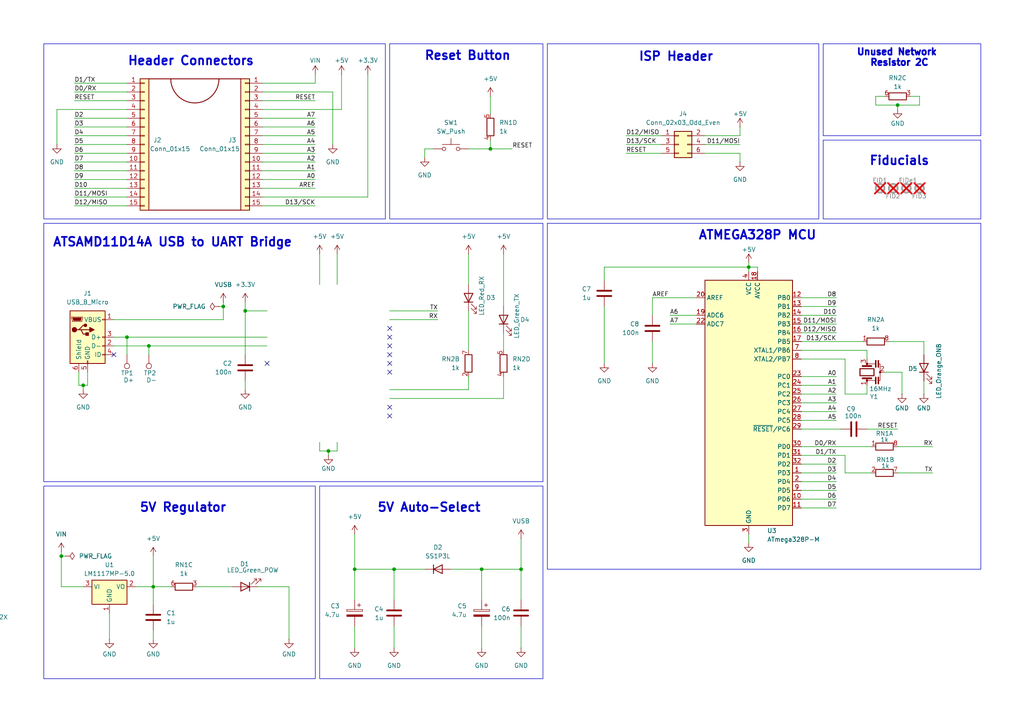
<source format=kicad_sch>
(kicad_sch (version 20250114) (generator "eeschema") (generator_version "9.0")
  (paper "A4")
  (lib_symbols
    (symbol "Connector:TestPoint" (pin_numbers (hide yes)) (pin_names (offset 0.762) (hide yes))
      (property "Reference" "TP" (at 0 6.858 0))
      (property "Value" "TestPoint" (at 0 5.08 0))
      (symbol "TestPoint_1_1"
        (pin passive line (at 0 0 90) (length 2.54) (name "1") (number "1"))
      )
    )
    (symbol "Connector:USB_B_Micro" (pin_names (offset 1.016))
      (property "Reference" "J" (at -5.08 11.43 0))
      (property "Value" "USB_B_Micro" (at -5.08 8.89 0))
      (symbol "USB_B_Micro_1_1"
        (pin passive line (at -2.54 -10.16 90) (length 2.54) (name "Shield") (number "6"))
        (pin power_out line (at 0 -10.16 90) (length 2.54) (name "GND") (number "5"))
        (pin power_out line (at 7.62 5.08 180) (length 2.54) (name "VBUS") (number "1"))
        (pin bidirectional line (at 7.62 0 180) (length 2.54) (name "D+") (number "3"))
        (pin bidirectional line (at 7.62 -2.54 180) (length 2.54) (name "D-") (number "2"))
        (pin passive line (at 7.62 -5.08 180) (length 2.54) (name "ID") (number "4"))
      )
    )
    (symbol "Connector_Generic:Conn_01x15" (pin_names (offset 1.016) (hide yes))
      (property "Reference" "J" (at 0 20.32 0))
      (property "Value" "Conn_01x15" (at 0 -20.32 0))
      (symbol "Conn_01x15_1_1"
        (pin passive line (at -5.08 17.78 0) (length 3.81) (name "Pin_1") (number "1"))
        (pin passive line (at -5.08 15.24 0) (length 3.81) (name "Pin_2") (number "2"))
        (pin passive line (at -5.08 12.7 0) (length 3.81) (name "Pin_3") (number "3"))
        (pin passive line (at -5.08 10.16 0) (length 3.81) (name "Pin_4") (number "4"))
        (pin passive line (at -5.08 7.62 0) (length 3.81) (name "Pin_5") (number "5"))
        (pin passive line (at -5.08 5.08 0) (length 3.81) (name "Pin_6") (number "6"))
        (pin passive line (at -5.08 2.54 0) (length 3.81) (name "Pin_7") (number "7"))
        (pin passive line (at -5.08 0 0) (length 3.81) (name "Pin_8") (number "8"))
        (pin passive line (at -5.08 -2.54 0) (length 3.81) (name "Pin_9") (number "9"))
        (pin passive line (at -5.08 -5.08 0) (length 3.81) (name "Pin_10") (number "10"))
        (pin passive line (at -5.08 -7.62 0) (length 3.81) (name "Pin_11") (number "11"))
        (pin passive line (at -5.08 -10.16 0) (length 3.81) (name "Pin_12") (number "12"))
        (pin passive line (at -5.08 -12.7 0) (length 3.81) (name "Pin_13") (number "13"))
        (pin passive line (at -5.08 -15.24 0) (length 3.81) (name "Pin_14") (number "14"))
        (pin passive line (at -5.08 -17.78 0) (length 3.81) (name "Pin_15") (number "15"))
      )
    )
    (symbol "Connector_Generic:Conn_02x03_Odd_Even" (pin_names (offset 1.016) (hide yes))
      (property "Reference" "J" (at 1.27 5.08 0))
      (property "Value" "Conn_02x03_Odd_Even" (at 1.27 -5.08 0))
      (symbol "Conn_02x03_Odd_Even_1_1"
        (pin passive line (at -5.08 2.54 0) (length 3.81) (name "Pin_1") (number "1"))
        (pin passive line (at -5.08 0 0) (length 3.81) (name "Pin_3") (number "3"))
        (pin passive line (at -5.08 -2.54 0) (length 3.81) (name "Pin_5") (number "5"))
        (pin passive line (at 7.62 2.54 180) (length 3.81) (name "Pin_2") (number "2"))
        (pin passive line (at 7.62 0 180) (length 3.81) (name "Pin_4") (number "4"))
        (pin passive line (at 7.62 -2.54 180) (length 3.81) (name "Pin_6") (number "6"))
      )
    )
    (symbol "Device:C" (pin_numbers (hide yes)) (pin_names (offset 0.254))
      (property "Reference" "C" (at 0.635 2.54 0))
      (property "Value" "C" (at 0.635 -2.54 0))
      (symbol "C_1_1"
        (pin passive line (at 0 3.81 270) (length 2.794) (name "~") (number "1"))
        (pin passive line (at 0 -3.81 90) (length 2.794) (name "~") (number "2"))
      )
    )
    (symbol "Device:C_Polarized" (pin_numbers (hide yes)) (pin_names (offset 0.254))
      (property "Reference" "C" (at 0.635 2.54 0))
      (property "Value" "C_Polarized" (at 0.635 -2.54 0))
      (symbol "C_Polarized_1_1"
        (pin passive line (at 0 3.81 270) (length 2.794) (name "~") (number "1"))
        (pin passive line (at 0 -3.81 90) (length 2.794) (name "~") (number "2"))
      )
    )
    (symbol "Device:D" (pin_numbers (hide yes)) (pin_names (offset 1.016) (hide yes))
      (property "Reference" "D" (at 0 2.54 0))
      (property "Value" "D" (at 0 -2.54 0))
      (symbol "D_1_1"
        (pin passive line (at -3.81 0 0) (length 2.54) (name "K") (number "1"))
        (pin passive line (at 3.81 0 180) (length 2.54) (name "A") (number "2"))
      )
    )
    (symbol "Device:LED" (pin_numbers (hide yes)) (pin_names (offset 1.016) (hide yes))
      (property "Reference" "D" (at 0 2.54 0))
      (property "Value" "LED" (at 0 -2.54 0))
      (symbol "LED_1_1"
        (pin passive line (at -3.81 0 0) (length 2.54) (name "K") (number "1"))
        (pin passive line (at 3.81 0 180) (length 2.54) (name "A") (number "2"))
      )
    )
    (symbol "Device:R_Pack04_Split" (pin_names (offset 0) (hide yes))
      (property "Reference" "RN" (at 2.032 0 90))
      (property "Value" "R_Pack04_Split" (at 0 0 90))
      (symbol "R_Pack04_Split_1_1"
        (pin passive line (at 0 3.81 270) (length 1.27) (name "R1.2") (number "8"))
        (pin passive line (at 0 -3.81 90) (length 1.27) (name "R1.1") (number "1"))
      )
      (symbol "R_Pack04_Split_2_1"
        (pin passive line (at 0 3.81 270) (length 1.27) (name "R2.2") (number "7"))
        (pin passive line (at 0 -3.81 90) (length 1.27) (name "R2.1") (number "2"))
      )
      (symbol "R_Pack04_Split_3_1"
        (pin passive line (at 0 3.81 270) (length 1.27) (name "R3.2") (number "6"))
        (pin passive line (at 0 -3.81 90) (length 1.27) (name "R3.1") (number "3"))
      )
      (symbol "R_Pack04_Split_4_1"
        (pin passive line (at 0 3.81 270) (length 1.27) (name "R4.2") (number "5"))
        (pin passive line (at 0 -3.81 90) (length 1.27) (name "R4.1") (number "4"))
      )
    )
    (symbol "Device:Resonator" (pin_names (offset 1.016) (hide yes))
      (property "Reference" "Y" (at 0 5.715 0))
      (property "Value" "Resonator" (at 0 3.81 0))
      (symbol "Resonator_1_1"
        (pin passive line (at -3.81 0 0) (length 1.27) (name "1") (number "1"))
        (pin passive line (at 0 -5.08 90) (length 1.27) (name "2") (number "2"))
        (pin passive line (at 3.81 0 180) (length 1.27) (name "3") (number "3"))
      )
    )
    (symbol "MCU_Microchip_ATmega:ATmega328P-M"
      (property "Reference" "U" (at -12.7 36.83 0))
      (property "Value" "ATmega328P-M" (at 2.54 -36.83 0))
      (symbol "ATmega328P-M_1_1"
        (pin passive line (at -15.24 30.48 0) (length 2.54) (name "AREF") (number "20"))
        (pin input line (at -15.24 25.4 0) (length 2.54) (name "ADC6") (number "19"))
        (pin input line (at -15.24 22.86 0) (length 2.54) (name "ADC7") (number "22"))
        (pin power_in line (at 0 38.1 270) (length 2.54) (name "VCC") (number "4"))
        (pin passive line (at 0 38.1 270) (length 2.54) (hide yes) (name "VCC") (number "6"))
        (pin passive line (at 0 -38.1 90) (length 2.54) (hide yes) (name "GND") (number "21"))
        (pin power_in line (at 0 -38.1 90) (length 2.54) (name "GND") (number "3"))
        (pin passive line (at 0 -38.1 90) (length 2.54) (hide yes) (name "GND") (number "33"))
        (pin passive line (at 0 -38.1 90) (length 2.54) (hide yes) (name "GND") (number "5"))
        (pin power_in line (at 2.54 38.1 270) (length 2.54) (name "AVCC") (number "18"))
        (pin bidirectional line (at 15.24 30.48 180) (length 2.54) (name "PB0") (number "12"))
        (pin bidirectional line (at 15.24 27.94 180) (length 2.54) (name "PB1") (number "13"))
        (pin bidirectional line (at 15.24 25.4 180) (length 2.54) (name "PB2") (number "14"))
        (pin bidirectional line (at 15.24 22.86 180) (length 2.54) (name "PB3") (number "15"))
        (pin bidirectional line (at 15.24 20.32 180) (length 2.54) (name "PB4") (number "16"))
        (pin bidirectional line (at 15.24 17.78 180) (length 2.54) (name "PB5") (number "17"))
        (pin bidirectional line (at 15.24 15.24 180) (length 2.54) (name "XTAL1/PB6") (number "7"))
        (pin bidirectional line (at 15.24 12.7 180) (length 2.54) (name "XTAL2/PB7") (number "8"))
        (pin bidirectional line (at 15.24 7.62 180) (length 2.54) (name "PC0") (number "23"))
        (pin bidirectional line (at 15.24 5.08 180) (length 2.54) (name "PC1") (number "24"))
        (pin bidirectional line (at 15.24 2.54 180) (length 2.54) (name "PC2") (number "25"))
        (pin bidirectional line (at 15.24 0 180) (length 2.54) (name "PC3") (number "26"))
        (pin bidirectional line (at 15.24 -2.54 180) (length 2.54) (name "PC4") (number "27"))
        (pin bidirectional line (at 15.24 -5.08 180) (length 2.54) (name "PC5") (number "28"))
        (pin bidirectional line (at 15.24 -7.62 180) (length 2.54) (name "~{RESET}/PC6") (number "29"))
        (pin bidirectional line (at 15.24 -12.7 180) (length 2.54) (name "PD0") (number "30"))
        (pin bidirectional line (at 15.24 -15.24 180) (length 2.54) (name "PD1") (number "31"))
        (pin bidirectional line (at 15.24 -17.78 180) (length 2.54) (name "PD2") (number "32"))
        (pin bidirectional line (at 15.24 -20.32 180) (length 2.54) (name "PD3") (number "1"))
        (pin bidirectional line (at 15.24 -22.86 180) (length 2.54) (name "PD4") (number "2"))
        (pin bidirectional line (at 15.24 -25.4 180) (length 2.54) (name "PD5") (number "9"))
        (pin bidirectional line (at 15.24 -27.94 180) (length 2.54) (name "PD6") (number "10"))
        (pin bidirectional line (at 15.24 -30.48 180) (length 2.54) (name "PD7") (number "11"))
      )
    )
    (symbol "MCU_Microchip_SAMD:ATSAMD11D14A-M"
      (property "Reference" "U" (at -10.16 24.13 0))
      (property "Value" "ATSAMD11D14A-M" (at 1.27 24.13 0))
      (symbol "ATSAMD11D14A-M_1_1"
        (pin bidirectional line (at -12.7 15.24 0) (length 2.54) (name "PA28/~{RST}") (number "18"))
        (pin bidirectional line (at -12.7 10.16 0) (length 2.54) (name "PA30/SWCLK") (number "19"))
        (pin bidirectional line (at -12.7 7.62 0) (length 2.54) (name "PA31/SWDIO") (number "20"))
        (pin bidirectional line (at -12.7 2.54 0) (length 2.54) (name "PA08/XIN") (number "7"))
        (pin bidirectional line (at -12.7 0 0) (length 2.54) (name "PA09/XOUT") (number "8"))
        (pin power_in line (at 0 25.4 270) (length 2.54) (name "VDD") (number "24"))
        (pin power_in line (at 0 -25.4 90) (length 2.54) (name "GND") (number "23"))
        (pin bidirectional line (at 12.7 20.32 180) (length 2.54) (name "PA02") (number "1"))
        (pin bidirectional line (at 12.7 17.78 180) (length 2.54) (name "PA03") (number "2"))
        (pin bidirectional line (at 12.7 15.24 180) (length 2.54) (name "PA04") (number "3"))
        (pin bidirectional line (at 12.7 12.7 180) (length 2.54) (name "PA05") (number "4"))
        (pin bidirectional line (at 12.7 10.16 180) (length 2.54) (name "PA06") (number "5"))
        (pin bidirectional line (at 12.7 7.62 180) (length 2.54) (name "PA07") (number "6"))
        (pin bidirectional line (at 12.7 5.08 180) (length 2.54) (name "PA10") (number "9"))
        (pin bidirectional line (at 12.7 2.54 180) (length 2.54) (name "PA11") (number "10"))
        (pin bidirectional line (at 12.7 0 180) (length 2.54) (name "PA14") (number "11"))
        (pin bidirectional line (at 12.7 -2.54 180) (length 2.54) (name "PA15") (number "12"))
        (pin bidirectional line (at 12.7 -5.08 180) (length 2.54) (name "PA16") (number "13"))
        (pin bidirectional line (at 12.7 -7.62 180) (length 2.54) (name "PA17") (number "14"))
        (pin bidirectional line (at 12.7 -10.16 180) (length 2.54) (name "PA22") (number "15"))
        (pin bidirectional line (at 12.7 -12.7 180) (length 2.54) (name "PA23") (number "16"))
        (pin bidirectional line (at 12.7 -15.24 180) (length 2.54) (name "PA24") (number "21"))
        (pin bidirectional line (at 12.7 -17.78 180) (length 2.54) (name "PA25") (number "22"))
        (pin bidirectional line (at 12.7 -20.32 180) (length 2.54) (name "PA27") (number "17"))
      )
    )
    (symbol "Mechanical:Fiducial" (in_bom no)
      (property "Reference" "FID" (at 0 5.08 0))
      (property "Value" "Fiducial" (at 0 3.175 0))
    )
    (symbol "Power_Protection:PRTR5V0U2X" (pin_names (offset 0))
      (property "Reference" "D" (at 2.794 8.636 0))
      (property "Value" "PRTR5V0U2X" (at 8.128 -9.398 0))
      (symbol "PRTR5V0U2X_1_1"
        (pin passive line (at -12.7 0 0) (length 5.08) (name "I/O1") (number "2"))
        (pin passive line (at 0 12.7 270) (length 5.08) (name "VCC") (number "4"))
        (pin passive line (at 0 -12.7 90) (length 5.08) (name "GND") (number "1"))
        (pin passive line (at 12.7 0 180) (length 5.08) (name "I/O2") (number "3"))
      )
    )
    (symbol "Regulator_Linear:LM1117MP-5.0"
      (property "Reference" "U" (at -3.81 3.175 0))
      (property "Value" "LM1117MP-5.0" (at 0 3.175 0))
      (symbol "LM1117MP-5.0_1_1"
        (pin power_in line (at -7.62 0 0) (length 2.54) (name "VI") (number "3"))
        (pin power_in line (at 0 -7.62 90) (length 2.54) (name "GND") (number "1"))
        (pin power_out line (at 7.62 0 180) (length 2.54) (name "VO") (number "2"))
      )
    )
    (symbol "Switch:SW_Push" (pin_numbers (hide yes)) (pin_names (offset 1.016) (hide yes))
      (property "Reference" "SW" (at 1.27 2.54 0))
      (property "Value" "SW_Push" (at 0 -1.524 0))
      (symbol "SW_Push_0_1"
        (pin passive line (at -5.08 0 0) (length 2.54) (name "1") (number "1"))
        (pin passive line (at 5.08 0 180) (length 2.54) (name "2") (number "2"))
      )
    )
    (symbol "power:+3.3V" (power) (pin_numbers (hide yes)) (pin_names (offset 0) (hide yes))
      (property "Value" "+3.3V" (at 0 3.556 0))
      (symbol "+3.3V_1_1"
        (pin power_in line (at 0 0 90) (length 0) (name "~") (number "1"))
      )
    )
    (symbol "power:+5V" (power) (pin_numbers (hide yes)) (pin_names (offset 0) (hide yes))
      (property "Value" "+5V" (at 0 3.556 0))
      (symbol "+5V_1_1"
        (pin power_in line (at 0 0 90) (length 0) (name "~") (number "1"))
      )
    )
    (symbol "power:GND" (power) (pin_numbers (hide yes)) (pin_names (offset 0) (hide yes))
      (property "Value" "GND" (at 0 -3.81 0))
      (symbol "GND_1_1"
        (pin power_in line (at 0 0 270) (length 0) (name "~") (number "1"))
      )
    )
    (symbol "power:PWR_FLAG" (power) (pin_numbers (hide yes)) (pin_names (offset 0) (hide yes))
      (property "Value" "PWR_FLAG" (at 0 3.81 0))
      (symbol "PWR_FLAG_0_0"
        (pin power_out line (at 0 0 90) (length 0) (name "~") (number "1"))
      )
    )
    (symbol "power:VAA" (power) (pin_numbers (hide yes)) (pin_names (offset 0) (hide yes))
      (property "Value" "VAA" (at 0 3.556 0))
      (symbol "VAA_1_1"
        (pin power_in line (at 0 0 90) (length 0) (name "~") (number "1"))
      )
    )
    (symbol "power:VBUS" (power) (pin_numbers (hide yes)) (pin_names (offset 0) (hide yes))
      (property "Value" "VBUS" (at 0 3.556 0))
      (symbol "VBUS_1_1"
        (pin power_in line (at 0 0 90) (length 0) (name "~") (number "1"))
      )
    )
  )
  (rectangle (start 158.75 64.77) (end 284.48 165.1))
  (rectangle (start 12.7 12.7) (end 111.76 63.5))
  (rectangle (start 238.76 12.7) (end 284.48 39.37))
  (arc (start 63.5 22.86) (mid 56.515 29.845) (end 49.53 22.86) (stroke (width 0.254) (color 132 0 0 1)))
  (rectangle (start 238.76 40.64) (end 284.48 63.5))
  (rectangle (start 113.03 12.7) (end 157.48 63.5))
  (rectangle (start 12.7 64.77) (end 157.48 139.7))
  (rectangle (start 158.75 12.7) (end 237.49 63.5))
  (rectangle (start 92.71 140.97) (end 157.48 196.85))
  (rectangle (start 12.7 140.97) (end 91.44 196.85))
  (text "Header Connectors" (at 55.372 17.78 0) (effects (font (size 2.54 2.54) (thickness 0.508) (bold yes))))
  (text "ATMEGA328P MCU" (at 219.71 68.326 0) (effects (font (size 2.54 2.54) (thickness 0.508) (bold yes))))
  (text "5V Auto-Select" (at 124.46 147.32 0) (effects (font (size 2.54 2.54) (thickness 0.508) (bold yes))))
  (text "ATSAMD11D14A USB to UART Bridge" (at 50.038 70.358 0) (effects (font (size 2.54 2.54) (thickness 0.508) (bold yes))))
  (text "ISP Header" (at 196.088 16.51 0) (effects (font (size 2.54 2.54) (thickness 0.508) (bold yes))))
  (text "5V Regulator" (at 53.086 147.32 0) (effects (font (size 2.54 2.54) (thickness 0.508) (bold yes))))
  (text "Reset Button" (at 135.636 16.256 0) (effects (font (size 2.54 2.54) (thickness 0.508) (bold yes))))
  (text "Fiducials\n" (at 260.858 46.736 0) (effects (font (size 2.54 2.54) (thickness 0.508) (bold yes))))
  (text "Unused Network \nResistor 2C" (at 260.858 16.764 0) (effects (font (size 1.905 1.905) (thickness 0.508) (bold yes))))
  (junction (at 260.35 30.48))
  (junction (at 151.13 165.1))
  (junction (at 43.18 100.33))
  (junction (at 114.3 165.1))
  (junction (at 142.24 43.18))
  (junction (at 44.45 170.18))
  (junction (at 71.12 90.17))
  (junction (at 217.17 77.47))
  (junction (at 17.78 161.29))
  (junction (at 139.7 165.1))
  (junction (at 24.13 111.76))
  (junction (at 102.87 165.1))
  (junction (at 64.77 88.9))
  (junction (at 36.83 97.79))
  (junction (at 95.25 130.81))
  (no_connect (at 113.03 105.41))
  (no_connect (at 77.47 105.41))
  (no_connect (at 113.03 97.79))
  (no_connect (at 113.03 102.87))
  (no_connect (at 113.03 107.95))
  (no_connect (at 33.02 102.87))
  (no_connect (at 113.03 118.11))
  (no_connect (at 113.03 120.65))
  (no_connect (at 113.03 100.33))
  (no_connect (at 113.03 95.25))
  (wire (pts (xy 44.45 170.18) (xy 44.45 175.26)))
  (wire (pts (xy 44.45 185.42) (xy 44.45 182.88)))
  (wire (pts (xy 21.59 52.07) (xy 36.83 52.07)))
  (wire (pts (xy 243.84 124.46) (xy 232.41 124.46)))
  (wire (pts (xy 251.46 101.6) (xy 251.46 104.14)))
  (wire (pts (xy 142.24 43.18) (xy 142.24 40.64)))
  (wire (pts (xy 201.93 93.98) (xy 194.31 93.98)))
  (wire (pts (xy 76.2 57.15) (xy 106.68 57.15)))
  (wire (pts (xy 22.86 111.76) (xy 24.13 111.76)))
  (wire (pts (xy 232.41 88.9) (xy 242.57 88.9)))
  (wire (pts (xy 245.11 114.3) (xy 251.46 114.3)))
  (wire (pts (xy 91.44 24.13) (xy 91.44 21.59)))
  (wire (pts (xy 95.25 130.81) (xy 97.79 130.81)))
  (wire (pts (xy 232.41 139.7) (xy 242.57 139.7)))
  (wire (pts (xy 97.79 73.66) (xy 97.79 82.55)))
  (wire (pts (xy 135.89 73.66) (xy 135.89 82.55)))
  (wire (pts (xy 260.35 31.75) (xy 260.35 30.48)))
  (wire (pts (xy 214.63 46.99) (xy 214.63 44.45)))
  (wire (pts (xy 16.51 31.75) (xy 36.83 31.75)))
  (wire (pts (xy 232.41 147.32) (xy 242.57 147.32)))
  (wire (pts (xy 151.13 173.99) (xy 151.13 165.1)))
  (wire (pts (xy 102.87 154.94) (xy 102.87 165.1)))
  (wire (pts (xy 260.35 137.16) (xy 270.51 137.16)))
  (wire (pts (xy 232.41 104.14) (xy 245.11 104.14)))
  (wire (pts (xy 123.19 43.18) (xy 125.73 43.18)))
  (wire (pts (xy 21.59 39.37) (xy 36.83 39.37)))
  (wire (pts (xy 57.15 170.18) (xy 67.31 170.18)))
  (wire (pts (xy 146.05 115.57) (xy 146.05 109.22)))
  (wire (pts (xy 189.23 86.36) (xy 189.23 91.44)))
  (wire (pts (xy 99.06 31.75) (xy 99.06 21.59)))
  (wire (pts (xy 266.7 30.48) (xy 260.35 30.48)))
  (wire (pts (xy 44.45 161.29) (xy 44.45 170.18)))
  (wire (pts (xy 76.2 44.45) (xy 91.44 44.45)))
  (wire (pts (xy 251.46 114.3) (xy 251.46 111.76)))
  (wire (pts (xy 245.11 104.14) (xy 245.11 114.3)))
  (wire (pts (xy 232.41 137.16) (xy 242.57 137.16)))
  (wire (pts (xy 191.77 39.37) (xy 181.61 39.37)))
  (wire (pts (xy 76.2 52.07) (xy 91.44 52.07)))
  (wire (pts (xy 260.35 30.48) (xy 254 30.48)))
  (wire (pts (xy 102.87 165.1) (xy 114.3 165.1)))
  (wire (pts (xy 217.17 154.94) (xy 217.17 157.48)))
  (wire (pts (xy 21.59 41.91) (xy 36.83 41.91)))
  (wire (pts (xy 232.41 142.24) (xy 242.57 142.24)))
  (wire (pts (xy 260.35 129.54) (xy 270.51 129.54)))
  (wire (pts (xy 76.2 34.29) (xy 91.44 34.29)))
  (wire (pts (xy 64.77 88.9) (xy 64.77 92.71)))
  (wire (pts (xy 33.02 92.71) (xy 64.77 92.71)))
  (wire (pts (xy 91.44 46.99) (xy 76.2 46.99)))
  (wire (pts (xy 232.41 114.3) (xy 242.57 114.3)))
  (wire (pts (xy 21.59 44.45) (xy 36.83 44.45)))
  (wire (pts (xy 76.2 41.91) (xy 91.44 41.91)))
  (wire (pts (xy 63.5 88.9) (xy 64.77 88.9)))
  (wire (pts (xy 21.59 24.13) (xy 36.83 24.13)))
  (wire (pts (xy 135.89 113.03) (xy 135.89 109.22)))
  (wire (pts (xy 76.2 39.37) (xy 91.44 39.37)))
  (wire (pts (xy 24.13 111.76) (xy 24.13 113.03)))
  (wire (pts (xy 36.83 46.99) (xy 21.59 46.99)))
  (wire (pts (xy 16.51 31.75) (xy 16.51 41.91)))
  (wire (pts (xy 151.13 181.61) (xy 151.13 187.96)))
  (wire (pts (xy 266.7 27.94) (xy 264.16 27.94)))
  (wire (pts (xy 92.71 130.81) (xy 92.71 128.27)))
  (wire (pts (xy 113.03 113.03) (xy 135.89 113.03)))
  (wire (pts (xy 83.82 170.18) (xy 83.82 185.42)))
  (wire (pts (xy 232.41 144.78) (xy 242.57 144.78)))
  (wire (pts (xy 232.41 121.92) (xy 242.57 121.92)))
  (wire (pts (xy 217.17 77.47) (xy 217.17 76.2)))
  (wire (pts (xy 204.47 41.91) (xy 214.63 41.91)))
  (wire (pts (xy 254 27.94) (xy 256.54 27.94)))
  (wire (pts (xy 114.3 165.1) (xy 123.19 165.1)))
  (wire (pts (xy 217.17 77.47) (xy 219.71 77.47)))
  (wire (pts (xy 19.05 161.29) (xy 17.78 161.29)))
  (wire (pts (xy 175.26 88.9) (xy 175.26 105.41)))
  (wire (pts (xy 33.02 100.33) (xy 43.18 100.33)))
  (wire (pts (xy 127 90.17) (xy 113.03 90.17)))
  (wire (pts (xy 22.86 107.95) (xy 22.86 111.76)))
  (wire (pts (xy 36.83 97.79) (xy 77.47 97.79)))
  (wire (pts (xy 142.24 43.18) (xy 148.59 43.18)))
  (wire (pts (xy 261.62 107.95) (xy 261.62 114.3)))
  (wire (pts (xy 232.41 91.44) (xy 242.57 91.44)))
  (wire (pts (xy 71.12 90.17) (xy 71.12 102.87)))
  (wire (pts (xy 146.05 96.52) (xy 146.05 101.6)))
  (wire (pts (xy 232.41 86.36) (xy 242.57 86.36)))
  (wire (pts (xy 31.75 177.8) (xy 31.75 185.42)))
  (wire (pts (xy 21.59 36.83) (xy 36.83 36.83)))
  (wire (pts (xy 21.59 29.21) (xy 36.83 29.21)))
  (wire (pts (xy 232.41 119.38) (xy 242.57 119.38)))
  (wire (pts (xy 17.78 170.18) (xy 17.78 161.29)))
  (wire (pts (xy 76.2 26.67) (xy 96.52 26.67)))
  (wire (pts (xy 123.19 43.18) (xy 123.19 45.72)))
  (wire (pts (xy 25.4 107.95) (xy 25.4 111.76)))
  (wire (pts (xy 232.41 111.76) (xy 242.57 111.76)))
  (wire (pts (xy 24.13 170.18) (xy 17.78 170.18)))
  (wire (pts (xy 267.97 102.87) (xy 267.97 99.06)))
  (wire (pts (xy 175.26 77.47) (xy 217.17 77.47)))
  (wire (pts (xy 232.41 129.54) (xy 252.73 129.54)))
  (wire (pts (xy 21.59 54.61) (xy 36.83 54.61)))
  (wire (pts (xy 76.2 36.83) (xy 91.44 36.83)))
  (wire (pts (xy 92.71 130.81) (xy 95.25 130.81)))
  (wire (pts (xy 76.2 59.69) (xy 91.44 59.69)))
  (wire (pts (xy 44.45 170.18) (xy 49.53 170.18)))
  (wire (pts (xy 232.41 99.06) (xy 250.19 99.06)))
  (wire (pts (xy 135.89 43.18) (xy 142.24 43.18)))
  (wire (pts (xy 43.18 100.33) (xy 77.47 100.33)))
  (wire (pts (xy 130.81 165.1) (xy 139.7 165.1)))
  (wire (pts (xy 71.12 87.63) (xy 71.12 90.17)))
  (wire (pts (xy 76.2 29.21) (xy 91.44 29.21)))
  (wire (pts (xy 175.26 81.28) (xy 175.26 77.47)))
  (wire (pts (xy 21.59 34.29) (xy 36.83 34.29)))
  (wire (pts (xy 214.63 44.45) (xy 204.47 44.45)))
  (wire (pts (xy 201.93 86.36) (xy 189.23 86.36)))
  (wire (pts (xy 245.11 137.16) (xy 245.11 132.08)))
  (wire (pts (xy 43.18 100.33) (xy 43.18 102.87)))
  (wire (pts (xy 97.79 128.27) (xy 97.79 130.81)))
  (wire (pts (xy 76.2 54.61) (xy 91.44 54.61)))
  (wire (pts (xy 232.41 101.6) (xy 251.46 101.6)))
  (wire (pts (xy 39.37 170.18) (xy 44.45 170.18)))
  (wire (pts (xy 21.59 26.67) (xy 36.83 26.67)))
  (wire (pts (xy 102.87 181.61) (xy 102.87 187.96)))
  (wire (pts (xy 254 30.48) (xy 254 27.94)))
  (polyline (pts (xy 43.18 60.96) (xy 69.85 60.96)) (stroke (width 0.254) (type solid) (color 132 0 0 1)))
  (wire (pts (xy 232.41 109.22) (xy 242.57 109.22)))
  (wire (pts (xy 189.23 99.06) (xy 189.23 105.41)))
  (polyline (pts (xy 43.18 22.86) (xy 69.85 22.86)) (stroke (width 0.254) (type solid) (color 132 0 0 1)))
  (wire (pts (xy 267.97 99.06) (xy 257.81 99.06)))
  (wire (pts (xy 151.13 156.21) (xy 151.13 165.1)))
  (wire (pts (xy 21.59 59.69) (xy 36.83 59.69)))
  (wire (pts (xy 96.52 26.67) (xy 96.52 41.91)))
  (wire (pts (xy 74.93 170.18) (xy 83.82 170.18)))
  (wire (pts (xy 267.97 110.49) (xy 267.97 114.3)))
  (wire (pts (xy 232.41 116.84) (xy 242.57 116.84)))
  (wire (pts (xy 33.02 97.79) (xy 36.83 97.79)))
  (wire (pts (xy 232.41 93.98) (xy 242.57 93.98)))
  (wire (pts (xy 217.17 78.74) (xy 217.17 77.47)))
  (wire (pts (xy 146.05 73.66) (xy 146.05 88.9)))
  (wire (pts (xy 232.41 96.52) (xy 242.57 96.52)))
  (wire (pts (xy 36.83 97.79) (xy 36.83 102.87)))
  (wire (pts (xy 191.77 41.91) (xy 181.61 41.91)))
  (wire (pts (xy 219.71 78.74) (xy 219.71 77.47)))
  (wire (pts (xy 245.11 137.16) (xy 252.73 137.16)))
  (wire (pts (xy 76.2 49.53) (xy 91.44 49.53)))
  (wire (pts (xy 71.12 90.17) (xy 77.47 90.17)))
  (wire (pts (xy 151.13 165.1) (xy 139.7 165.1)))
  (wire (pts (xy 21.59 57.15) (xy 36.83 57.15)))
  (wire (pts (xy 24.13 111.76) (xy 25.4 111.76)))
  (wire (pts (xy 181.61 44.45) (xy 191.77 44.45)))
  (wire (pts (xy 232.41 134.62) (xy 242.57 134.62)))
  (wire (pts (xy 17.78 161.29) (xy 17.78 160.02)))
  (wire (pts (xy 214.63 36.83) (xy 214.63 39.37)))
  (wire (pts (xy 139.7 173.99) (xy 139.7 165.1)))
  (wire (pts (xy 95.25 130.81) (xy 95.25 132.08)))
  (wire (pts (xy 214.63 39.37) (xy 204.47 39.37)))
  (wire (pts (xy 92.71 73.66) (xy 92.71 82.55)))
  (wire (pts (xy 71.12 110.49) (xy 71.12 113.03)))
  (wire (pts (xy 102.87 173.99) (xy 102.87 165.1)))
  (wire (pts (xy 127 92.71) (xy 113.03 92.71)))
  (wire (pts (xy 139.7 181.61) (xy 139.7 187.96)))
  (wire (pts (xy 256.54 107.95) (xy 261.62 107.95)))
  (wire (pts (xy 114.3 181.61) (xy 114.3 187.96)))
  (wire (pts (xy 260.35 124.46) (xy 251.46 124.46)))
  (wire (pts (xy 76.2 24.13) (xy 91.44 24.13)))
  (wire (pts (xy 245.11 132.08) (xy 232.41 132.08)))
  (wire (pts (xy 113.03 115.57) (xy 146.05 115.57)))
  (wire (pts (xy 21.59 49.53) (xy 36.83 49.53)))
  (wire (pts (xy 106.68 57.15) (xy 106.68 21.59)))
  (wire (pts (xy 201.93 91.44) (xy 194.31 91.44)))
  (wire (pts (xy 266.7 27.94) (xy 266.7 30.48)))
  (wire (pts (xy 135.89 90.17) (xy 135.89 101.6)))
  (wire (pts (xy 142.24 33.02) (xy 142.24 27.94)))
  (wire (pts (xy 76.2 31.75) (xy 99.06 31.75)))
  (wire (pts (xy 64.77 87.63) (xy 64.77 88.9)))
  (wire (pts (xy 114.3 173.99) (xy 114.3 165.1)))
  (label "D5" (at 21.59 41.91 0) (effects (font (size 1.2446 1.2446))))
  (label "A2" (at 242.57 114.3 180) (effects (font (size 1.2446 1.2446))))
  (label "A1" (at 91.44 49.53 180) (effects (font (size 1.2446 1.2446))))
  (label "RESET" (at 148.59 43.18 0) (effects (font (size 1.2446 1.2446))))
  (label "A6" (at 194.31 91.44 0) (effects (font (size 1.2446 1.2446))))
  (label "A6" (at 91.44 36.83 180) (effects (font (size 1.2446 1.2446))))
  (label "RESET" (at 181.61 44.45 0) (effects (font (size 1.2446 1.2446))))
  (label "D13/SCK" (at 242.57 99.06 180) (effects (font (size 1.2446 1.2446))))
  (label "A5" (at 242.57 121.92 180) (effects (font (size 1.2446 1.2446))))
  (label "D10" (at 242.57 91.44 180) (effects (font (size 1.2446 1.2446))))
  (label "A3" (at 91.44 44.45 180) (effects (font (size 1.2446 1.2446))))
  (label "RX" (at 270.51 129.54 180) (effects (font (size 1.2446 1.2446))))
  (label "A7" (at 91.44 34.29 180) (effects (font (size 1.2446 1.2446))))
  (label "D11/MOSI" (at 242.57 93.98 180) (effects (font (size 1.2446 1.2446))))
  (label "D0/RX" (at 21.59 26.67 0) (effects (font (size 1.2446 1.2446))))
  (label "D3" (at 242.57 137.16 180) (effects (font (size 1.2446 1.2446))))
  (label "RESET" (at 21.59 29.21 0) (effects (font (size 1.2446 1.2446))))
  (label "D0/RX" (at 242.57 129.54 180) (effects (font (size 1.2446 1.2446))))
  (label "D2" (at 21.59 34.29 0) (effects (font (size 1.2446 1.2446))))
  (label "A1" (at 242.57 111.76 180) (effects (font (size 1.2446 1.2446))))
  (label "D6" (at 242.57 144.78 180) (effects (font (size 1.2446 1.2446))))
  (label "D12/MISO" (at 21.59 59.69 0) (effects (font (size 1.2446 1.2446))))
  (label "A5" (at 91.44 39.37 180) (effects (font (size 1.2446 1.2446))))
  (label "D11/MOSI" (at 214.63 41.91 180) (effects (font (size 1.2446 1.2446))))
  (label "D7" (at 21.59 46.99 0) (effects (font (size 1.2446 1.2446))))
  (label "D10" (at 21.59 54.61 0) (effects (font (size 1.2446 1.2446))))
  (label "D13/SCK" (at 181.61 41.91 0) (effects (font (size 1.2446 1.2446))))
  (label "RESET" (at 260.35 124.46 180) (effects (font (size 1.2446 1.2446))))
  (label "A4" (at 242.57 119.38 180) (effects (font (size 1.2446 1.2446))))
  (label "D1/TX" (at 21.59 24.13 0) (effects (font (size 1.2446 1.2446))))
  (label "TX" (at 127 90.17 180) (effects (font (size 1.2446 1.2446))))
  (label "RX" (at 127 92.71 180) (effects (font (size 1.2446 1.2446))))
  (label "AREF" (at 189.23 86.36 0) (effects (font (size 1.2446 1.2446))))
  (label "TX" (at 270.51 137.16 180) (effects (font (size 1.2446 1.2446))))
  (label "D12/MISO" (at 242.57 96.52 180) (effects (font (size 1.2446 1.2446))))
  (label "A0" (at 91.44 52.07 180) (effects (font (size 1.2446 1.2446))))
  (label "D2" (at 242.57 134.62 180) (effects (font (size 1.2446 1.2446))))
  (label "D8" (at 21.59 49.53 0) (effects (font (size 1.2446 1.2446))))
  (label "D9" (at 21.59 52.07 0) (effects (font (size 1.2446 1.2446))))
  (label "D8" (at 242.57 86.36 180) (effects (font (size 1.2446 1.2446))))
  (label "D12/MISO" (at 181.61 39.37 0) (effects (font (size 1.2446 1.2446))))
  (label "A7" (at 194.31 93.98 0) (effects (font (size 1.2446 1.2446))))
  (label "D7" (at 242.57 147.32 180) (effects (font (size 1.2446 1.2446))))
  (label "A3" (at 242.57 116.84 180) (effects (font (size 1.2446 1.2446))))
  (label "A4" (at 91.44 41.91 180) (effects (font (size 1.2446 1.2446))))
  (label "D4" (at 21.59 39.37 0) (effects (font (size 1.2446 1.2446))))
  (label "A0" (at 242.57 109.22 180) (effects (font (size 1.2446 1.2446))))
  (label "D13/SCK" (at 91.44 59.69 180) (effects (font (size 1.2446 1.2446))))
  (label "A2" (at 91.44 46.99 180) (effects (font (size 1.2446 1.2446))))
  (label "AREF" (at 91.44 54.61 180) (effects (font (size 1.2446 1.2446))))
  (label "D9" (at 242.57 88.9 180) (effects (font (size 1.2446 1.2446))))
  (label "D5" (at 242.57 142.24 180) (effects (font (size 1.2446 1.2446))))
  (label "D6" (at 21.59 44.45 0) (effects (font (size 1.2446 1.2446))))
  (label "RESET" (at 91.44 29.21 180) (effects (font (size 1.2446 1.2446))))
  (label "D3" (at 21.59 36.83 0) (effects (font (size 1.2446 1.2446))))
  (label "D4" (at 242.57 139.7 180) (effects (font (size 1.2446 1.2446))))
  (label "D1/TX" (at 242.57 132.08 180) (effects (font (size 1.2446 1.2446))))
  (label "D11/MOSI" (at 21.59 57.15 0) (effects (font (size 1.2446 1.2446))))
  (symbol (lib_id "power:GND") (at 123.19 45.72 0) (mirror y) (unit 1)
    (property "Reference" "#PWR021" (effects (hide yes)))
    (property "Value" "GND" (at 123.19 50.8 0))
    (property "Description" "Power symbol creates a global label with name \"GND\" , ground" (effects (hide yes)))
  )
  (symbol (lib_id "power:+5V") (at 92.71 73.66 0) (unit 1)
    (property "Reference" "#PWR012" (effects (hide yes)))
    (property "Value" "+5V" (at 92.71 68.58 0))
    (property "Description" "Power symbol creates a global label with name \"+5V\"" (effects (hide yes)))
  )
  (symbol (lib_id "Power_Protection:PRTR5V0U2X") (at -20.32 182.88 0) (unit 1)
    (property "Reference" "D6" (at -3.81 176.4598 0))
    (property "Value" "PRTR5V0U2X" (at -3.81 178.9998 0))
    (property "Footprint" "Package_TO_SOT_SMD:SOT-143" (effects (hide yes)))
    (property "Datasheet" "https://assets.nexperia.com/documents/data-sheet/PRTR5V0U2X.pdf" (effects (hide yes)))
    (property "Description" "Ultra low capacitance double rail-to-rail ESD protection diode, SOT-143" (effects (hide yes)))
  )
  (symbol (lib_id "power:GND") (at 31.75 185.42 0) (mirror y) (unit 1)
    (property "Reference" "#PWR04" (effects (hide yes)))
    (property "Value" "GND" (at 31.75 189.738 0))
    (property "Description" "Power symbol creates a global label with name \"GND\" , ground" (effects (hide yes)))
  )
  (symbol (lib_id "power:+5V") (at 146.05 73.66 0) (unit 1)
    (property "Reference" "#PWR025" (effects (hide yes)))
    (property "Value" "+5V" (at 146.05 68.58 0))
    (property "Description" "Power symbol creates a global label with name \"+5V\"" (effects (hide yes)))
  )
  (symbol (lib_id "Device:R_Pack04_Split") (at 256.54 137.16 270) (unit 2)
    (property "Reference" "RN1" (at 256.794 133.35 90))
    (property "Value" "1k" (at 256.794 135.128 90))
    (property "Footprint" "Resistor_SMD:R_Cat16-4" (effects (hide yes)))
    (property "Description" "4 resistor network, parallel topology, split" (effects (hide yes)))
  )
  (symbol (lib_id "power:+5V") (at 217.17 76.2 0) (unit 1)
    (property "Reference" "#PWR032" (effects (hide yes)))
    (property "Value" "+5V" (at 217.17 72.39 0))
    (property "Description" "Power symbol creates a global label with name \"+5V\"" (effects (hide yes)))
  )
  (symbol (lib_id "Device:R_Pack04_Split") (at 260.35 27.94 90) (unit 3)
    (property "Reference" "RN2" (at 260.35 22.606 90))
    (property "Value" "1k" (at 260.35 25.146 90))
    (property "Footprint" "Resistor_SMD:R_Cat16-4" (effects (hide yes)))
    (property "Description" "4 resistor network, parallel topology, split" (effects (hide yes)))
  )
  (symbol (lib_id "power:GND") (at 189.23 105.41 0) (mirror y) (unit 1)
    (property "Reference" "#PWR029" (effects (hide yes)))
    (property "Value" "GND" (at 189.23 110.49 0))
    (property "Description" "Power symbol creates a global label with name \"GND\" , ground" (effects (hide yes)))
  )
  (symbol (lib_id "power:+5V") (at 135.89 73.66 0) (unit 1)
    (property "Reference" "#PWR022" (effects (hide yes)))
    (property "Value" "+5V" (at 135.89 68.58 0))
    (property "Description" "Power symbol creates a global label with name \"+5V\"" (effects (hide yes)))
  )
  (symbol (lib_id "Device:R_Pack04_Split") (at 254 99.06 270) (unit 1)
    (property "Reference" "RN2" (at 254 92.71 90))
    (property "Value" "1k" (at 254 95.25 90))
    (property "Footprint" "Resistor_SMD:R_Cat16-4" (effects (hide yes)))
    (property "Description" "4 resistor network, parallel topology, split" (effects (hide yes)))
  )
  (symbol (lib_id "Connector_Generic:Conn_01x15") (at 71.12 41.91 0) (mirror y) (unit 1)
    (property "Reference" "J3" (at 68.58 40.6399 0) (effects (justify left)))
    (property "Value" "Conn_01x15" (at 69.596 43.18 0) (effects (justify left)))
    (property "Footprint" "Connector_PinSocket_2.54mm:PinSocket_1x15_P2.54mm_Vertical" (effects (hide yes)))
    (property "Description" "Generic connector, single row, 01x15, script generated (kicad-library-utils/schlib/autogen/connector/)" (effects (hide yes)))
  )
  (symbol (lib_id "Mechanical:Fiducial") (at 266.7 54.61 0) (mirror x) (unit 1) (in_bom no) (on_board no) (dnp yes)
    (property "Reference" "FID3" (at 264.414 56.896 0) (effects (justify left)))
    (property "Value" "Fiducial" (effects (hide yes)))
    (property "Footprint" "Fiducial:Fiducial_0.75mm_Mask1.5mm" (effects (hide yes)))
    (property "Description" "Fiducial Marker" (effects (hide yes)))
  )
  (symbol (lib_id "power:GND") (at 267.97 114.3 0) (mirror y) (unit 1)
    (property "Reference" "#PWR036" (effects (hide yes)))
    (property "Value" "GND" (at 267.97 118.364 0))
    (property "Description" "Power symbol creates a global label with name \"GND\" , ground" (effects (hide yes)))
  )
  (symbol (lib_id "power:+5V") (at 142.24 27.94 0) (unit 1)
    (property "Reference" "#PWR024" (effects (hide yes)))
    (property "Value" "+5V" (at 142.24 22.86 0))
    (property "Description" "Power symbol creates a global label with name \"+5V\"" (effects (hide yes)))
  )
  (symbol (lib_id "power:+5V") (at 97.79 73.66 0) (unit 1)
    (property "Reference" "#PWR015" (effects (hide yes)))
    (property "Value" "+5V" (at 97.79 68.58 0))
    (property "Description" "Power symbol creates a global label with name \"+5V\"" (effects (hide yes)))
  )
  (symbol (lib_id "Device:C") (at 189.23 95.25 0) (mirror y) (unit 1)
    (property "Reference" "C8" (at 185.42 93.9799 0) (effects (justify left)))
    (property "Value" "100n" (at 185.42 96.5199 0) (effects (justify left)))
    (property "Footprint" "Capacitor_SMD:C_0805_2012Metric_Pad1.18x1.45mm_HandSolder" (effects (hide yes)))
    (property "Description" "Unpolarized capacitor" (effects (hide yes)))
  )
  (symbol (lib_id "power:+3.3V") (at 71.12 87.63 0) (unit 1)
    (property "Reference" "#PWR08" (effects (hide yes)))
    (property "Value" "+3.3V" (at 71.12 82.55 0))
    (property "Description" "Power symbol creates a global label with name \"+3.3V\"" (effects (hide yes)))
  )
  (symbol (lib_id "Device:LED") (at 135.89 86.36 90) (unit 1)
    (property "Reference" "D3" (at 140.97 86.36 90) (effects (justify right)))
    (property "Value" "LED_Red_RX" (at 139.7 80.01 0) (effects (justify right)))
    (property "Footprint" "LED_SMD:LED_0805_2012Metric_Pad1.15x1.40mm_HandSolder" (effects (hide yes)))
    (property "Description" "Light emitting diode" (effects (hide yes)))
    (property "Sim.Pins" "1=K 2=A" (effects (hide yes)))
  )
  (symbol (lib_id "Device:C_Polarized") (at 139.7 177.8 0) (mirror y) (unit 1)
    (property "Reference" "C5" (at 135.382 175.768 0) (effects (justify left)))
    (property "Value" "4.7u" (at 135.382 178.308 0) (effects (justify left)))
    (property "Footprint" "Capacitor_Tantalum_SMD:CP_EIA-3216-18_Kemet-A_HandSolder" (effects (hide yes)))
    (property "Description" "Polarized capacitor" (effects (hide yes)))
  )
  (symbol (lib_id "power:GND") (at 16.51 41.91 0) (unit 1)
    (property "Reference" "#PWR01" (effects (hide yes)))
    (property "Value" "GND" (at 16.51 46.99 0))
    (property "Description" "Power symbol creates a global label with name \"GND\" , ground" (effects (hide yes)))
  )
  (symbol (lib_id "Connector_Generic:Conn_01x15") (at 41.91 41.91 0) (unit 1)
    (property "Reference" "J2" (at 44.45 40.6399 0) (effects (justify left)))
    (property "Value" "Conn_01x15" (at 43.434 43.18 0) (effects (justify left)))
    (property "Footprint" "Connector_PinSocket_2.54mm:PinSocket_1x15_P2.54mm_Vertical" (effects (hide yes)))
    (property "Description" "Generic connector, single row, 01x15, script generated (kicad-library-utils/schlib/autogen/connector/)" (effects (hide yes)))
  )
  (symbol (lib_id "Device:R_Pack04_Split") (at 135.89 105.41 0) (mirror y) (unit 2)
    (property "Reference" "RN2" (at 133.35 104.1399 0) (effects (justify left)))
    (property "Value" "1k" (at 133.35 106.6799 0) (effects (justify left)))
    (property "Footprint" "Resistor_SMD:R_Cat16-4" (effects (hide yes)))
    (property "Description" "4 resistor network, parallel topology, split" (effects (hide yes)))
  )
  (symbol (lib_id "power:+5V") (at 102.87 154.94 0) (unit 1)
    (property "Reference" "#PWR017" (effects (hide yes)))
    (property "Value" "+5V" (at 102.87 149.86 0))
    (property "Description" "Power symbol creates a global label with name \"+5V\"" (effects (hide yes)))
  )
  (symbol (lib_id "Device:C") (at 114.3 177.8 0) (mirror y) (unit 1)
    (property "Reference" "C4" (at 111.252 176.657 0) (effects (justify left)))
    (property "Value" "1u" (at 111.252 179.197 0) (effects (justify left)))
    (property "Footprint" "Capacitor_SMD:C_0805_2012Metric_Pad1.18x1.45mm_HandSolder" (effects (hide yes)))
    (property "Description" "Unpolarized capacitor" (effects (hide yes)))
  )
  (symbol (lib_id "Mechanical:Fiducial") (at 255.27 54.61 0) (unit 1) (in_bom no) (on_board no) (dnp yes)
    (property "Reference" "FID1" (at 252.984 52.324 0) (effects (justify left)))
    (property "Value" "Fiducial" (effects (hide yes)))
    (property "Footprint" "Fiducial:Fiducial_0.75mm_Mask1.5mm" (effects (hide yes)))
    (property "Description" "Fiducial Marker" (effects (hide yes)))
  )
  (symbol (lib_id "power:GND") (at 114.3 187.96 0) (mirror y) (unit 1)
    (property "Reference" "#PWR020" (effects (hide yes)))
    (property "Value" "GND" (at 114.3 193.04 0))
    (property "Description" "Power symbol creates a global label with name \"GND\" , ground" (effects (hide yes)))
  )
  (symbol (lib_id "power:VAA") (at 17.78 160.02 0) (unit 1)
    (property "Reference" "#PWR02" (effects (hide yes)))
    (property "Value" "VIN" (at 17.78 154.94 0))
    (property "Description" "Power symbol creates a global label with name \"VAA\"" (effects (hide yes)))
  )
  (symbol (lib_id "power:GND") (at 261.62 114.3 0) (mirror y) (unit 1)
    (property "Reference" "#PWR035" (effects (hide yes)))
    (property "Value" "GND" (at 261.62 118.364 0))
    (property "Description" "Power symbol creates a global label with name \"GND\" , ground" (effects (hide yes)))
  )
  (symbol (lib_id "Device:C") (at 71.12 106.68 0) (mirror y) (unit 1)
    (property "Reference" "C2" (at 67.31 105.4099 0) (effects (justify left)))
    (property "Value" "100n" (at 67.31 107.9499 0) (effects (justify left)))
    (property "Footprint" "Capacitor_SMD:C_0805_2012Metric_Pad1.18x1.45mm_HandSolder" (effects (hide yes)))
    (property "Description" "Unpolarized capacitor" (effects (hide yes)))
  )
  (symbol (lib_id "power:GND") (at 139.7 187.96 0) (mirror y) (unit 1)
    (property "Reference" "#PWR023" (effects (hide yes)))
    (property "Value" "GND" (at 139.7 193.04 0))
    (property "Description" "Power symbol creates a global label with name \"GND\" , ground" (effects (hide yes)))
  )
  (symbol (lib_id "power:GND") (at 96.52 41.91 0) (unit 1)
    (property "Reference" "#PWR014" (effects (hide yes)))
    (property "Value" "GND" (at 96.52 46.99 0))
    (property "Description" "Power symbol creates a global label with name \"GND\" , ground" (effects (hide yes)))
  )
  (symbol (lib_id "Device:LED") (at 267.97 106.68 90) (unit 1)
    (property "Reference" "D5" (at 263.398 106.934 90) (effects (justify right)))
    (property "Value" "LED_Orange_ONB" (at 272.288 99.568 0) (effects (justify right)))
    (property "Footprint" "LED_SMD:LED_0805_2012Metric_Pad1.15x1.40mm_HandSolder" (effects (hide yes)))
    (property "Description" "Light emitting diode" (effects (hide yes)))
    (property "Sim.Pins" "1=K 2=A" (effects (hide yes)))
  )
  (symbol (lib_id "power:PWR_FLAG") (at 63.5 88.9 90) (unit 1)
    (property "Reference" "#FLG02" (effects (hide yes)))
    (property "Value" "PWR_FLAG" (at 59.69 88.9001 90) (effects (justify left)))
    (property "Description" "Special symbol for telling ERC where power comes from" (effects (hide yes)))
  )
  (symbol (lib_id "Mechanical:Fiducial") (at 259.08 54.61 0) (mirror x) (unit 1) (in_bom no) (on_board no) (dnp yes)
    (property "Reference" "FID2" (at 256.794 56.896 0) (effects (justify left)))
    (property "Value" "Fiducial" (effects (hide yes)))
    (property "Footprint" "Fiducial:Fiducial_0.75mm_Mask1.5mm" (effects (hide yes)))
    (property "Description" "Fiducial Marker" (effects (hide yes)))
  )
  (symbol (lib_id "Regulator_Linear:LM1117MP-5.0") (at 31.75 170.18 0) (unit 1)
    (property "Reference" "U1" (at 31.75 163.83 0))
    (property "Value" "LM1117MP-5.0" (at 31.75 166.37 0))
    (property "Footprint" "Package_TO_SOT_SMD:SOT-223-3_TabPin2" (effects (hide yes)))
    (property "Datasheet" "http://www.ti.com/lit/ds/symlink/lm1117.pdf" (effects (hide yes)))
    (property "Description" "800mA Low-Dropout Linear Regulator, 5.0V fixed output, SOT-223" (effects (hide yes)))
  )
  (symbol (lib_id "Device:LED") (at 146.05 92.71 90) (unit 1)
    (property "Reference" "D4" (at 150.876 92.71 90) (effects (justify right)))
    (property "Value" "LED_Green_TX" (at 149.86 85.09 0) (effects (justify right)))
    (property "Footprint" "LED_SMD:LED_0805_2012Metric_Pad1.15x1.40mm_HandSolder" (effects (hide yes)))
    (property "Description" "Light emitting diode" (effects (hide yes)))
    (property "Sim.Pins" "1=K 2=A" (effects (hide yes)))
  )
  (symbol (lib_id "Device:R_Pack04_Split") (at 256.54 129.54 270) (unit 1)
    (property "Reference" "RN1" (at 256.54 125.73 90))
    (property "Value" "1k" (at 256.54 127.508 90))
    (property "Footprint" "Resistor_SMD:R_Cat16-4" (effects (hide yes)))
    (property "Description" "4 resistor network, parallel topology, split" (effects (hide yes)))
  )
  (symbol (lib_id "power:+5V") (at 44.45 161.29 0) (unit 1)
    (property "Reference" "#PWR05" (effects (hide yes)))
    (property "Value" "+5V" (at 44.45 156.21 0))
    (property "Description" "Power symbol creates a global label with name \"+5V\"" (effects (hide yes)))
  )
  (symbol (lib_id "power:GND") (at 24.13 113.03 0) (mirror y) (unit 1)
    (property "Reference" "#PWR03" (effects (hide yes)))
    (property "Value" "GND" (at 24.13 118.11 0))
    (property "Description" "Power symbol creates a global label with name \"GND\" , ground" (effects (hide yes)))
  )
  (symbol (lib_id "Device:R_Pack04_Split") (at 146.05 105.41 0) (unit 4)
    (property "Reference" "RN2" (at 148.59 104.1399 0) (effects (justify left)))
    (property "Value" "1k" (at 148.59 106.6799 0) (effects (justify left)))
    (property "Footprint" "Resistor_SMD:R_Cat16-4" (effects (hide yes)))
    (property "Description" "4 resistor network, parallel topology, split" (effects (hide yes)))
  )
  (symbol (lib_id "power:+3.3V") (at 106.68 21.59 0) (unit 1)
    (property "Reference" "#PWR019" (effects (hide yes)))
    (property "Value" "+3.3V" (at 106.68 17.526 0))
    (property "Description" "Power symbol creates a global label with name \"+3.3V\"" (effects (hide yes)))
  )
  (symbol (lib_id "Device:C_Polarized") (at 102.87 177.8 0) (mirror y) (unit 1)
    (property "Reference" "C3" (at 98.552 175.768 0) (effects (justify left)))
    (property "Value" "4.7u" (at 98.552 178.308 0) (effects (justify left)))
    (property "Footprint" "Capacitor_Tantalum_SMD:CP_EIA-3216-18_Kemet-A_HandSolder" (effects (hide yes)))
    (property "Description" "Polarized capacitor" (effects (hide yes)))
  )
  (symbol (lib_id "power:VAA") (at 91.44 21.59 0) (unit 1)
    (property "Reference" "#PWR011" (effects (hide yes)))
    (property "Value" "VIN" (at 91.44 17.526 0))
    (property "Description" "Power symbol creates a global label with name \"VAA\"" (effects (hide yes)))
  )
  (symbol (lib_id "MCU_Microchip_SAMD:ATSAMD11D14A-M") (at -26.67 125.73 0) (unit 1)
    (property "Reference" "U4" (at -24.5267 97.79 0) (effects (justify left)))
    (property "Value" "ATSAMD11D14A-M" (at -24.5267 100.33 0) (effects (justify left)))
    (property "Footprint" "Package_DFN_QFN:QFN-24-1EP_4x4mm_P0.5mm_EP2.6x2.6mm" (effects (hide yes)))
    (property "Datasheet" "http://ww1.microchip.com/downloads/en/DeviceDoc/Atmel-42363-SAM-D11_Datasheet.pdf" (effects (hide yes)))
    (property "Description" "ARM Cortex-M0+ MCU, 48MHz, 16KB Flash, 4KB RAM, 1.6-3.6V, 22 GPIO, QFN-24" (effects (hide yes)))
  )
  (symbol (lib_id "power:+5V") (at 99.06 21.59 0) (unit 1)
    (property "Reference" "#PWR016" (effects (hide yes)))
    (property "Value" "+5V" (at 99.06 17.526 0))
    (property "Description" "Power symbol creates a global label with name \"+5V\"" (effects (hide yes)))
  )
  (symbol (lib_id "Device:LED") (at 71.12 170.18 180) (unit 1)
    (property "Reference" "D1" (at 69.596 163.576 0) (effects (justify right)))
    (property "Value" "LED_Green_POW" (at 65.786 165.354 0) (effects (justify right)))
    (property "Footprint" "LED_SMD:LED_0805_2012Metric_Pad1.15x1.40mm_HandSolder" (effects (hide yes)))
    (property "Description" "Light emitting diode" (effects (hide yes)))
    (property "Sim.Pins" "1=K 2=A" (effects (hide yes)))
  )
  (symbol (lib_id "power:GND") (at 175.26 105.41 0) (mirror y) (unit 1)
    (property "Reference" "#PWR028" (effects (hide yes)))
    (property "Value" "GND" (at 175.26 110.49 0))
    (property "Description" "Power symbol creates a global label with name \"GND\" , ground" (effects (hide yes)))
  )
  (symbol (lib_id "power:GND") (at 44.45 185.42 0) (mirror y) (unit 1)
    (property "Reference" "#PWR06" (effects (hide yes)))
    (property "Value" "GND" (at 44.45 189.738 0))
    (property "Description" "Power symbol creates a global label with name \"GND\" , ground" (effects (hide yes)))
  )
  (symbol (lib_id "Device:R_Pack04_Split") (at 53.34 170.18 90) (unit 3)
    (property "Reference" "RN1" (at 53.34 163.83 90))
    (property "Value" "1k" (at 53.34 166.37 90))
    (property "Footprint" "Resistor_SMD:R_Cat16-4" (effects (hide yes)))
    (property "Description" "4 resistor network, parallel topology, split" (effects (hide yes)))
  )
  (symbol (lib_id "power:GND") (at 83.82 185.42 0) (mirror y) (unit 1)
    (property "Reference" "#PWR010" (effects (hide yes)))
    (property "Value" "GND" (at 83.82 189.738 0))
    (property "Description" "Power symbol creates a global label with name \"GND\" , ground" (effects (hide yes)))
  )
  (symbol (lib_id "power:GND") (at 95.25 132.08 0) (mirror y) (unit 1)
    (property "Reference" "#PWR013" (effects (hide yes)))
    (property "Value" "GND" (at 95.25 135.89 0))
    (property "Description" "Power symbol creates a global label with name \"GND\" , ground" (effects (hide yes)))
  )
  (symbol (lib_id "power:GND") (at 102.87 187.96 0) (mirror y) (unit 1)
    (property "Reference" "#PWR018" (effects (hide yes)))
    (property "Value" "GND" (at 102.87 193.04 0))
    (property "Description" "Power symbol creates a global label with name \"GND\" , ground" (effects (hide yes)))
  )
  (symbol (lib_id "Device:C") (at 175.26 85.09 0) (mirror y) (unit 1)
    (property "Reference" "C7" (at 171.45 83.8199 0) (effects (justify left)))
    (property "Value" "1u" (at 171.45 86.3599 0) (effects (justify left)))
    (property "Footprint" "Capacitor_SMD:C_0805_2012Metric_Pad1.18x1.45mm_HandSolder" (effects (hide yes)))
    (property "Description" "Unpolarized capacitor" (effects (hide yes)))
  )
  (symbol (lib_id "Device:D") (at 127 165.1 0) (unit 1)
    (property "Reference" "D2" (at 127 158.75 0))
    (property "Value" "SS1P3L" (at 127 161.29 0))
    (property "Footprint" "Diode_SMD:D_SMP_DO-220AA" (effects (hide yes)))
    (property "Description" "Diode" (effects (hide yes)))
    (property "Sim.Device" "D" (effects (hide yes)))
    (property "Sim.Pins" "1=K 2=A" (effects (hide yes)))
  )
  (symbol (lib_id "power:GND") (at 214.63 46.99 0) (mirror y) (unit 1)
    (property "Reference" "#PWR031" (effects (hide yes)))
    (property "Value" "GND" (at 214.63 52.07 0))
    (property "Description" "Power symbol creates a global label with name \"GND\" , ground" (effects (hide yes)))
  )
  (symbol (lib_id "Device:R_Pack04_Split") (at 142.24 36.83 0) (unit 4)
    (property "Reference" "RN1" (at 144.78 35.5599 0) (effects (justify left)))
    (property "Value" "1k" (at 144.78 38.0999 0) (effects (justify left)))
    (property "Footprint" "Resistor_SMD:R_Cat16-4" (effects (hide yes)))
    (property "Description" "4 resistor network, parallel topology, split" (effects (hide yes)))
  )
  (symbol (lib_id "power:+5V") (at 214.63 36.83 0) (unit 1)
    (property "Reference" "#PWR030" (effects (hide yes)))
    (property "Value" "+5V" (at 214.63 33.02 0))
    (property "Description" "Power symbol creates a global label with name \"+5V\"" (effects (hide yes)))
  )
  (symbol (lib_id "Switch:SW_Push") (at 130.81 43.18 0) (unit 1)
    (property "Reference" "SW1" (at 130.81 35.56 0))
    (property "Value" "SW_Push" (at 130.81 38.1 0))
    (property "Footprint" "Button_Switch_SMD:SW_Push_SPST_NO_Alps_SKRK" (effects (hide yes)))
    (property "Description" "Push button switch, generic, two pins" (effects (hide yes)))
  )
  (symbol (lib_id "Connector_Generic:Conn_02x03_Odd_Even") (at 196.85 41.91 0) (unit 1)
    (property "Reference" "J4" (at 198.12 33.02 0))
    (property "Value" "Conn_02x03_Odd_Even" (at 198.12 35.56 0))
    (property "Footprint" "Connector_PinHeader_2.54mm:PinHeader_2x03_P2.54mm_Vertical" (effects (hide yes)))
    (property "Description" "Generic connector, double row, 02x03, odd/even pin numbering scheme (row 1 odd numbers, row 2 even numbers), script generated (kicad-library-utils/schlib/autogen/connector/)" (effects (hide yes)))
  )
  (symbol (lib_id "Connector:TestPoint") (at 36.83 102.87 180) (unit 1)
    (property "Reference" "TP1" (at 35.052 108.204 0) (effects (justify right)))
    (property "Value" "D+" (at 35.814 110.236 0) (effects (justify right)))
    (property "Footprint" "TestPoint:TestPoint_Pad_D1.0mm" (effects (hide yes)))
    (property "Description" "test point" (effects (hide yes)))
  )
  (symbol (lib_id "power:VBUS") (at 151.13 156.21 0) (unit 1)
    (property "Reference" "#PWR026" (effects (hide yes)))
    (property "Value" "VUSB" (at 151.13 151.13 0))
    (property "Description" "Power symbol creates a global label with name \"VBUS\"" (effects (hide yes)))
  )
  (symbol (lib_id "Device:C") (at 151.13 177.8 0) (mirror y) (unit 1)
    (property "Reference" "C6" (at 148.082 176.657 0) (effects (justify left)))
    (property "Value" "100n" (at 148.082 179.197 0) (effects (justify left)))
    (property "Footprint" "Capacitor_SMD:C_0805_2012Metric_Pad1.18x1.45mm_HandSolder" (effects (hide yes)))
    (property "Description" "Unpolarized capacitor" (effects (hide yes)))
  )
  (symbol (lib_id "power:GND") (at 71.12 113.03 0) (mirror y) (unit 1)
    (property "Reference" "#PWR09" (effects (hide yes)))
    (property "Value" "GND" (at 71.12 118.11 0))
    (property "Description" "Power symbol creates a global label with name \"GND\" , ground" (effects (hide yes)))
  )
  (symbol (lib_id "Mechanical:Fiducial") (at 262.89 54.61 0) (unit 1) (in_bom no) (on_board no) (dnp yes)
    (property "Reference" "FIDe1" (at 260.604 52.324 0) (effects (justify left)))
    (property "Value" "Fiducial" (effects (hide yes)))
    (property "Footprint" "Fiducial:Fiducial_0.75mm_Mask1.5mm" (effects (hide yes)))
    (property "Description" "Fiducial Marker" (effects (hide yes)))
  )
  (symbol (lib_id "Connector:USB_B_Micro") (at 25.4 97.79 0) (unit 1)
    (property "Reference" "J1" (at 25.4 85.09 0))
    (property "Value" "USB_B_Micro" (at 25.4 87.63 0))
    (property "Footprint" "Connector_USB:USB_Micro-B_Amphenol_10118193-0001LF_Horizontal" (effects (hide yes)))
    (property "Description" "USB Micro Type B connector" (effects (hide yes)))
  )
  (symbol (lib_id "power:VBUS") (at 64.77 87.63 0) (unit 1)
    (property "Reference" "#PWR07" (effects (hide yes)))
    (property "Value" "VUSB" (at 64.77 82.55 0))
    (property "Description" "Power symbol creates a global label with name \"VBUS\"" (effects (hide yes)))
  )
  (symbol (lib_id "Device:C") (at 44.45 179.07 0) (unit 1)
    (property "Reference" "C1" (at 48.26 177.7999 0) (effects (justify left)))
    (property "Value" "1u" (at 48.26 180.3399 0) (effects (justify left)))
    (property "Footprint" "Capacitor_SMD:C_0805_2012Metric_Pad1.18x1.45mm_HandSolder" (effects (hide yes)))
    (property "Description" "Unpolarized capacitor" (effects (hide yes)))
  )
  (symbol (lib_id "power:GND") (at 260.35 31.75 0) (mirror y) (unit 1)
    (property "Reference" "#PWR034" (effects (hide yes)))
    (property "Value" "GND" (at 260.35 35.814 0))
    (property "Description" "Power symbol creates a global label with name \"GND\" , ground" (effects (hide yes)))
  )
  (symbol (lib_id "power:GND") (at 151.13 187.96 0) (mirror y) (unit 1)
    (property "Reference" "#PWR027" (effects (hide yes)))
    (property "Value" "GND" (at 151.13 193.04 0))
    (property "Description" "Power symbol creates a global label with name \"GND\" , ground" (effects (hide yes)))
  )
  (symbol (lib_id "MCU_Microchip_ATmega:ATmega328P-M") (at 217.17 116.84 0) (unit 1)
    (property "Reference" "U3" (at 222.504 153.924 0) (effects (justify left)))
    (property "Value" "ATmega328P-M" (at 222.504 156.464 0) (effects (justify left)))
    (property "Footprint" "Package_DFN_QFN:QFN-32-1EP_5x5mm_P0.5mm_EP3.1x3.1mm" (effects (hide yes)))
    (property "Datasheet" "http://ww1.microchip.com/downloads/en/DeviceDoc/ATmega328_P%20AVR%20MCU%20with%20picoPower%20Technology%20Data%20Sheet%2040001984A.pdf" (effects (hide yes)))
    (property "Description" "20MHz, 32kB Flash, 2kB SRAM, 1kB EEPROM, QFN-32" (effects (hide yes)))
  )
  (symbol (lib_id "Connector:TestPoint") (at 43.18 102.87 180) (unit 1)
    (property "Reference" "TP2" (at 41.656 108.204 0) (effects (justify right)))
    (property "Value" "D-" (at 42.418 110.236 0) (effects (justify right)))
    (property "Footprint" "TestPoint:TestPoint_Pad_D1.0mm" (effects (hide yes)))
    (property "Description" "test point" (effects (hide yes)))
  )
  (symbol (lib_id "Device:C") (at 247.65 124.46 90) (mirror x) (unit 1)
    (property "Reference" "C9" (at 248.158 118.618 90) (effects (justify left)))
    (property "Value" "100n" (at 249.9361 120.65 90) (effects (justify left)))
    (property "Footprint" "Capacitor_SMD:C_0805_2012Metric_Pad1.18x1.45mm_HandSolder" (effects (hide yes)))
    (property "Description" "Unpolarized capacitor" (effects (hide yes)))
  )
  (symbol (lib_id "Device:Resonator") (at 251.46 107.95 90) (unit 1)
    (property "Reference" "Y1" (at 254.762 115.062 90) (effects (justify left)))
    (property "Value" "16MHz" (at 258.572 112.776 90) (effects (justify left)))
    (property "Footprint" "Crystal:Resonator_SMD_Murata_CSTxExxV-3Pin_3.0x1.1mm" (effects (hide yes)))
    (property "Description" "Three pin ceramic resonator" (effects (hide yes)))
  )
  (symbol (lib_id "power:PWR_FLAG") (at 19.05 161.29 270) (unit 1)
    (property "Reference" "#FLG01" (effects (hide yes)))
    (property "Value" "PWR_FLAG" (at 22.86 161.2899 90) (effects (justify left)))
    (property "Description" "Special symbol for telling ERC where power comes from" (effects (hide yes)))
  )
  (symbol (lib_id "power:GND") (at 217.17 157.48 0) (mirror y) (unit 1)
    (property "Reference" "#PWR033" (effects (hide yes)))
    (property "Value" "GND" (at 217.17 162.56 0))
    (property "Description" "Power symbol creates a global label with name \"GND\" , ground" (effects (hide yes)))
  )
)
</source>
